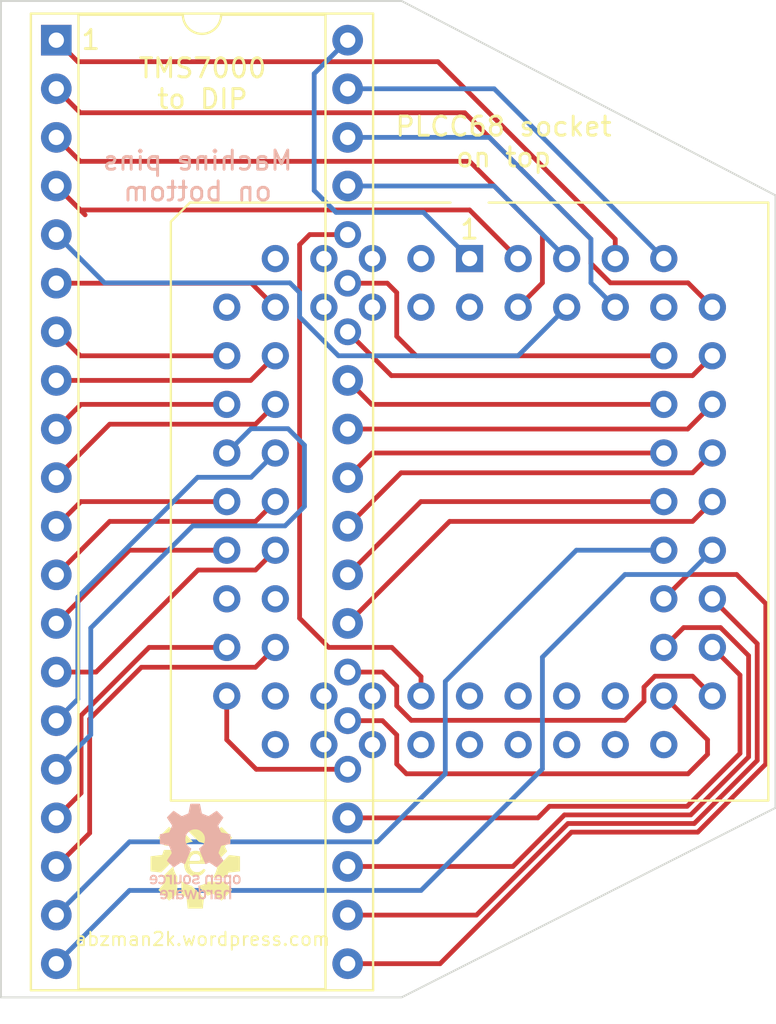
<source format=kicad_pcb>
(kicad_pcb (version 20211014) (generator pcbnew)
  (layers (0 "F.Cu" signal) (31 "B.Cu" signal) (34 "B.Paste" user) (35 "F.Paste" user) (36 "B.SilkS" user "B.Silkscreen") (37 "F.SilkS" user "F.Silkscreen") (38 "B.Mask" user) (39 "F.Mask" user) (44 "Edge.Cuts" user))
  (net 0 "")
  (net 1 "B5")
  (net 2 "B0")
  (net 3 "B2")
  (net 4 "B6")
  (net 5 "B3")
  (net 6 "B7")
  (net 7 "B1")
  (net 8 "Vss")
  (net 9 "B4")
  (net 10 "A1")
  (net 11 "A3")
  (net 12 "A7")
  (net 13 "{slash}INT1")
  (net 14 "A6")
  (net 15 "A0")
  (net 16 "A2")
  (net 17 "A4")
  (net 18 "{slash}INT3")
  (net 19 "{slash}RESET")
  (net 20 "XTAL2")
  (net 21 "D7")
  (net 22 "D4")
  (net 23 "D2")
  (net 24 "D1")
  (net 25 "A5")
  (net 26 "XTAL1")
  (net 27 "D6")
  (net 28 "D5")
  (net 29 "D3")
  (net 30 "Vcc")
  (net 31 "D0")
  (net 32 "C1")
  (net 33 "C3")
  (net 34 "C5")
  (net 35 "C7")
  (net 36 "MC")
  (net 37 "C0")
  (net 38 "C2")
  (net 39 "C4")
  (net 40 "C6")
  (net 41 "F0")
  (net 42 "F2")
  (net 43 "F4")
  (net 44 "F6")
  (net 46 "F1")
  (net 47 "F3")
  (net 48 "F5")
  (net 50 "Vss1")
  (net 51 "F7")
  (net 52 "{slash}HALT")
  (net 54 "G2")
  (net 55 "G4")
  (net 56 "E1")
  (net 57 "E3")
  (net 58 "E5")
  (net 59 "E7")
  (net 60 "G0")
  (net 61 "G1")
  (net 62 "G3")
  (net 63 "G5")
  (net 64 "E0")
  (net 65 "E2")
  (net 66 "E4")
  (net 67 "E6")
  (footprint "Package_DIP:DIP-40_W15.24mm_Socket" (layer "F.Cu") (at 120.116 48.5315)
    (fp_text reference "U1" hide)
    (fp_text value "DIP40 male pins")
    (pad "1" thru_hole rect locked (at 0 0) (size 1.6 1.6) (drill 0.8) (layers *.Cu *.Mask) (net 1 "B5"))
    (pad "2" thru_hole oval locked (at 0 2.54) (size 1.6 1.6) (drill 0.8) (layers *.Cu *.Mask) (net 6 "B7"))
    (pad "3" thru_hole oval locked (at 0 5.08) (size 1.6 1.6) (drill 0.8) (layers *.Cu *.Mask) (net 2 "B0"))
    (pad "4" thru_hole oval locked (at 0 7.62) (size 1.6 1.6) (drill 0.8) (layers *.Cu *.Mask) (net 7 "B1"))
    (pad "5" thru_hole oval locked (at 0 10.16) (size 1.6 1.6) (drill 0.8) (layers *.Cu *.Mask) (net 3 "B2"))
    (pad "6" thru_hole oval locked (at 0 12.7) (size 1.6 1.6) (drill 0.8) (layers *.Cu *.Mask) (net 15 "A0"))
    (pad "7" thru_hole oval locked (at 0 15.24) (size 1.6 1.6) (drill 0.8) (layers *.Cu *.Mask) (net 10 "A1"))
    (pad "8" thru_hole oval locked (at 0 17.78) (size 1.6 1.6) (drill 0.8) (layers *.Cu *.Mask) (net 16 "A2"))
    (pad "9" thru_hole oval locked (at 0 20.32) (size 1.6 1.6) (drill 0.8) (layers *.Cu *.Mask) (net 11 "A3"))
    (pad "10" thru_hole oval locked (at 0 22.86) (size 1.6 1.6) (drill 0.8) (layers *.Cu *.Mask) (net 17 "A4"))
    (pad "11" thru_hole oval locked (at 0 25.4) (size 1.6 1.6) (drill 0.8) (layers *.Cu *.Mask) (net 12 "A7"))
    (pad "12" thru_hole oval locked (at 0 27.94) (size 1.6 1.6) (drill 0.8) (layers *.Cu *.Mask) (net 18 "{slash}INT3"))
    (pad "13" thru_hole oval locked (at 0 30.48) (size 1.6 1.6) (drill 0.8) (layers *.Cu *.Mask) (net 13 "{slash}INT1"))
    (pad "14" thru_hole oval locked (at 0 33.02) (size 1.6 1.6) (drill 0.8) (layers *.Cu *.Mask) (net 19 "{slash}RESET"))
    (pad "15" thru_hole oval locked (at 0 35.56) (size 1.6 1.6) (drill 0.8) (layers *.Cu *.Mask) (net 14 "A6"))
    (pad "16" thru_hole oval locked (at 0 38.1) (size 1.6 1.6) (drill 0.8) (layers *.Cu *.Mask) (net 25 "A5"))
    (pad "17" thru_hole oval locked (at 0 40.64) (size 1.6 1.6) (drill 0.8) (layers *.Cu *.Mask) (net 20 "XTAL2"))
    (pad "18" thru_hole oval locked (at 0 43.18) (size 1.6 1.6) (drill 0.8) (layers *.Cu *.Mask) (net 26 "XTAL1"))
    (pad "19" thru_hole oval locked (at 0 45.72) (size 1.6 1.6) (drill 0.8) (layers *.Cu *.Mask) (net 21 "D7"))
    (pad "20" thru_hole oval locked (at 0 48.26) (size 1.6 1.6) (drill 0.8) (layers *.Cu *.Mask) (net 27 "D6"))
    (pad "21" thru_hole oval locked (at 15.24 48.26) (size 1.6 1.6) (drill 0.8) (layers *.Cu *.Mask) (net 28 "D5"))
    (pad "22" thru_hole oval locked (at 15.24 45.72) (size 1.6 1.6) (drill 0.8) (layers *.Cu *.Mask) (net 22 "D4"))
    (pad "23" thru_hole oval locked (at 15.24 43.18) (size 1.6 1.6) (drill 0.8) (layers *.Cu *.Mask) (net 29 "D3"))
    (pad "24" thru_hole oval locked (at 15.24 40.64) (size 1.6 1.6) (drill 0.8) (layers *.Cu *.Mask) (net 23 "D2"))
    (pad "25" thru_hole oval locked (at 15.24 38.1) (size 1.4 1.4) (drill 0.8) (layers *.Cu *.Mask) (net 30 "Vcc"))
    (pad "26" thru_hole oval locked (at 15.24 35.56) (size 1.4 1.4) (drill 0.8) (layers *.Cu *.Mask) (net 24 "D1"))
    (pad "27" thru_hole oval locked (at 15.24 33.02) (size 1.4 1.4) (drill 0.8) (layers *.Cu *.Mask) (net 31 "D0"))
    (pad "28" thru_hole oval locked (at 15.24 30.48) (size 1.6 1.6) (drill 0.8) (layers *.Cu *.Mask) (net 37 "C0"))
    (pad "29" thru_hole oval locked (at 15.24 27.94) (size 1.6 1.6) (drill 0.8) (layers *.Cu *.Mask) (net 32 "C1"))
    (pad "30" thru_hole oval locked (at 15.24 25.4) (size 1.6 1.6) (drill 0.8) (layers *.Cu *.Mask) (net 38 "C2"))
    (pad "31" thru_hole oval locked (at 15.24 22.86) (size 1.6 1.6) (drill 0.8) (layers *.Cu *.Mask) (net 33 "C3"))
    (pad "32" thru_hole oval locked (at 15.24 20.32) (size 1.6 1.6) (drill 0.8) (layers *.Cu *.Mask) (net 39 "C4"))
    (pad "33" thru_hole oval locked (at 15.24 17.78) (size 1.6 1.6) (drill 0.8) (layers *.Cu *.Mask) (net 34 "C5"))
    (pad "34" thru_hole oval locked (at 15.24 15.24) (size 1.4 1.4) (drill 0.8) (layers *.Cu *.Mask) (net 40 "C6"))
    (pad "35" thru_hole oval locked (at 15.24 12.7) (size 1.4 1.4) (drill 0.8) (layers *.Cu *.Mask) (net 35 "C7"))
    (pad "36" thru_hole oval locked (at 15.24 10.16) (size 1.4 1.4) (drill 0.8) (layers *.Cu *.Mask) (net 36 "MC"))
    (pad "37" thru_hole oval locked (at 15.24 7.62) (size 1.6 1.6) (drill 0.8) (layers *.Cu *.Mask) (net 5 "B3"))
    (pad "38" thru_hole oval locked (at 15.24 5.08) (size 1.6 1.6) (drill 0.8) (layers *.Cu *.Mask) (net 9 "B4"))
    (pad "39" thru_hole oval locked (at 15.24 2.54) (size 1.6 1.6) (drill 0.8) (layers *.Cu *.Mask) (net 4 "B6"))
    (pad "40" thru_hole oval locked (at 15.24 0) (size 1.6 1.6) (drill 0.8) (layers *.Cu *.Mask) (net 8 "Vss"))
  )
  (footprint "Evan's misc parts:Evan Logo" (layer "F.Cu") (at 127.381 91.567)
    (fp_text reference "G***" hide)
    (fp_text value "LOGO" hide)
  )
  (footprint "Package_LCC:PLCC-68_THT-Socket" (layer "F.Cu") (at 141.732 59.944)
    (fp_text reference "J1" hide)
    (fp_text value "plcc 68")
    (pad "1" thru_hole rect locked (at 0 0) (size 1.4224 1.4224) (drill 0.8) (layers *.Cu *.Mask) (net 8 "Vss"))
    (pad "2" thru_hole circle locked (at 0 2.54) (size 1.4224 1.4224) (drill 0.8) (layers *.Cu *.Mask) (net 41 "F0"))
    (pad "3" thru_hole circle locked (at -2.54 0) (size 1.4224 1.4224) (drill 0.8) (layers *.Cu *.Mask) (net 46 "F1"))
    (pad "4" thru_hole circle locked (at -2.54 2.54) (size 1.4224 1.4224) (drill 0.8) (layers *.Cu *.Mask) (net 42 "F2"))
    (pad "5" thru_hole circle locked (at -5.08 0) (size 1.4224 1.4224) (drill 0.8) (layers *.Cu *.Mask) (net 47 "F3"))
    (pad "6" thru_hole circle locked (at -5.08 2.54) (size 1.4224 1.4224) (drill 0.8) (layers *.Cu *.Mask) (net 43 "F4"))
    (pad "7" thru_hole circle locked (at -7.62 0) (size 1.4224 1.4224) (drill 0.8) (layers *.Cu *.Mask) (net 48 "F5"))
    (pad "8" thru_hole circle locked (at -7.62 2.54) (size 1.4224 1.4224) (drill 0.8) (layers *.Cu *.Mask) (net 44 "F6"))
    (pad "9" thru_hole circle locked (at -10.16 0) (size 1.4224 1.4224) (drill 0.8) (layers *.Cu *.Mask))
    (pad "10" thru_hole circle locked (at -12.7 2.54) (size 1.4224 1.4224) (drill 0.8) (layers *.Cu *.Mask) (net 51 "F7"))
    (pad "11" thru_hole circle locked (at -10.16 2.54) (size 1.4224 1.4224) (drill 0.8) (layers *.Cu *.Mask) (net 15 "A0"))
    (pad "12" thru_hole circle locked (at -12.7 5.08) (size 1.4224 1.4224) (drill 0.8) (layers *.Cu *.Mask) (net 10 "A1"))
    (pad "13" thru_hole circle locked (at -10.16 5.08) (size 1.4224 1.4224) (drill 0.8) (layers *.Cu *.Mask) (net 16 "A2"))
    (pad "14" thru_hole circle locked (at -12.7 7.62) (size 1.4224 1.4224) (drill 0.8) (layers *.Cu *.Mask) (net 11 "A3"))
    (pad "15" thru_hole circle locked (at -10.16 7.62) (size 1.4224 1.4224) (drill 0.8) (layers *.Cu *.Mask) (net 17 "A4"))
    (pad "16" thru_hole circle locked (at -12.7 10.16) (size 1.4224 1.4224) (drill 0.8) (layers *.Cu *.Mask) (net 25 "A5"))
    (pad "17" thru_hole circle locked (at -10.16 10.16) (size 1.4224 1.4224) (drill 0.8) (layers *.Cu *.Mask) (net 14 "A6"))
    (pad "18" thru_hole circle locked (at -12.7 12.7) (size 1.4224 1.4224) (drill 0.8) (layers *.Cu *.Mask) (net 12 "A7"))
    (pad "19" thru_hole circle locked (at -10.16 12.7) (size 1.4224 1.4224) (drill 0.8) (layers *.Cu *.Mask) (net 18 "{slash}INT3"))
    (pad "20" thru_hole circle locked (at -12.7 15.24) (size 1.4224 1.4224) (drill 0.8) (layers *.Cu *.Mask) (net 13 "{slash}INT1"))
    (pad "21" thru_hole circle locked (at -10.16 15.24) (size 1.4224 1.4224) (drill 0.8) (layers *.Cu *.Mask) (net 19 "{slash}RESET"))
    (pad "22" thru_hole circle locked (at -12.7 17.78) (size 1.4224 1.4224) (drill 0.8) (layers *.Cu *.Mask) (net 52 "{slash}HALT"))
    (pad "23" thru_hole circle locked (at -10.16 17.78) (size 1.4224 1.4224) (drill 0.8) (layers *.Cu *.Mask) (net 50 "Vss1"))
    (pad "24" thru_hole circle locked (at -12.7 20.32) (size 1.4224 1.4224) (drill 0.8) (layers *.Cu *.Mask) (net 20 "XTAL2"))
    (pad "25" thru_hole circle locked (at -10.16 20.32) (size 1.4224 1.4224) (drill 0.8) (layers *.Cu *.Mask) (net 26 "XTAL1"))
    (pad "26" thru_hole circle locked (at -12.7 22.86) (size 1.4224 1.4224) (drill 0.8) (layers *.Cu *.Mask) (net 30 "Vcc"))
    (pad "27" thru_hole circle locked (at -10.16 25.4) (size 1.4224 1.4224) (drill 0.8) (layers *.Cu *.Mask) (net 60 "G0"))
    (pad "28" thru_hole circle locked (at -10.16 22.86) (size 1.4224 1.4224) (drill 0.8) (layers *.Cu *.Mask))
    (pad "29" thru_hole circle locked (at -7.62 25.4) (size 1.4224 1.4224) (drill 0.8) (layers *.Cu *.Mask) (net 61 "G1"))
    (pad "30" thru_hole circle locked (at -7.62 22.86) (size 1.4224 1.4224) (drill 0.8) (layers *.Cu *.Mask) (net 54 "G2"))
    (pad "31" thru_hole circle locked (at -5.08 25.4) (size 1.4224 1.4224) (drill 0.8) (layers *.Cu *.Mask) (net 62 "G3"))
    (pad "32" thru_hole circle locked (at -5.08 22.86) (size 1.4224 1.4224) (drill 0.8) (layers *.Cu *.Mask) (net 55 "G4"))
    (pad "33" thru_hole circle locked (at -2.54 25.4) (size 1.4224 1.4224) (drill 0.8) (layers *.Cu *.Mask) (net 63 "G5"))
    (pad "34" thru_hole circle locked (at -2.54 22.86) (size 1.4224 1.4224) (drill 0.8) (layers *.Cu *.Mask) (net 36 "MC"))
    (pad "35" thru_hole circle locked (at 0 25.4) (size 1.4224 1.4224) (drill 0.8) (layers *.Cu *.Mask) (net 64 "E0"))
    (pad "36" thru_hole circle locked (at 0 22.86) (size 1.4224 1.4224) (drill 0.8) (layers *.Cu *.Mask) (net 56 "E1"))
    (pad "37" thru_hole circle locked (at 2.54 25.4) (size 1.4224 1.4224) (drill 0.8) (layers *.Cu *.Mask) (net 65 "E2"))
    (pad "38" thru_hole circle locked (at 2.54 22.86) (size 1.4224 1.4224) (drill 0.8) (layers *.Cu *.Mask) (net 57 "E3"))
    (pad "39" thru_hole circle locked (at 5.08 25.4) (size 1.4224 1.4224) (drill 0.8) (layers *.Cu *.Mask) (net 66 "E4"))
    (pad "40" thru_hole circle locked (at 5.08 22.86) (size 1.4224 1.4224) (drill 0.8) (layers *.Cu *.Mask) (net 58 "E5"))
    (pad "41" thru_hole circle locked (at 7.62 25.4) (size 1.4224 1.4224) (drill 0.8) (layers *.Cu *.Mask) (net 67 "E6"))
    (pad "42" thru_hole circle locked (at 7.62 22.86) (size 1.4224 1.4224) (drill 0.8) (layers *.Cu *.Mask) (net 59 "E7"))
    (pad "43" thru_hole circle locked (at 10.16 25.4) (size 1.4224 1.4224) (drill 0.8) (layers *.Cu *.Mask))
    (pad "44" thru_hole circle locked (at 12.7 22.86) (size 1.4224 1.4224) (drill 0.8) (layers *.Cu *.Mask) (net 31 "D0"))
    (pad "45" thru_hole circle locked (at 10.16 22.86) (size 1.4224 1.4224) (drill 0.8) (layers *.Cu *.Mask) (net 24 "D1"))
    (pad "46" thru_hole circle locked (at 12.7 20.32) (size 1.4224 1.4224) (drill 0.8) (layers *.Cu *.Mask) (net 23 "D2"))
    (pad "47" thru_hole circle locked (at 10.16 20.32) (size 1.4224 1.4224) (drill 0.8) (layers *.Cu *.Mask) (net 29 "D3"))
    (pad "48" thru_hole circle locked (at 12.7 17.78) (size 1.4224 1.4224) (drill 0.8) (layers *.Cu *.Mask) (net 22 "D4"))
    (pad "49" thru_hole circle locked (at 10.16 17.78) (size 1.4224 1.4224) (drill 0.8) (layers *.Cu *.Mask) (net 28 "D5"))
    (pad "50" thru_hole circle locked (at 12.7 15.24) (size 1.4224 1.4224) (drill 0.8) (layers *.Cu *.Mask) (net 27 "D6"))
    (pad "51" thru_hole circle locked (at 10.16 15.24) (size 1.4224 1.4224) (drill 0.8) (layers *.Cu *.Mask) (net 21 "D7"))
    (pad "52" thru_hole circle locked (at 12.7 12.7) (size 1.4224 1.4224) (drill 0.8) (layers *.Cu *.Mask) (net 37 "C0"))
    (pad "53" thru_hole circle locked (at 10.16 12.7) (size 1.4224 1.4224) (drill 0.8) (layers *.Cu *.Mask) (net 32 "C1"))
    (pad "54" thru_hole circle locked (at 12.7 10.16) (size 1.4224 1.4224) (drill 0.8) (layers *.Cu *.Mask) (net 38 "C2"))
    (pad "55" thru_hole circle locked (at 10.16 10.16) (size 1.4224 1.4224) (drill 0.8) (layers *.Cu *.Mask) (net 33 "C3"))
    (pad "56" thru_hole circle locked (at 12.7 7.62) (size 1.4224 1.4224) (drill 0.8) (layers *.Cu *.Mask) (net 39 "C4"))
    (pad "57" thru_hole circle locked (at 10.16 7.62) (size 1.4224 1.4224) (drill 0.8) (layers *.Cu *.Mask) (net 34 "C5"))
    (pad "58" thru_hole circle locked (at 12.7 5.08) (size 1.4224 1.4224) (drill 0.8) (layers *.Cu *.Mask) (net 40 "C6"))
    (pad "59" thru_hole circle locked (at 10.16 5.08) (size 1.4224 1.4224) (drill 0.8) (layers *.Cu *.Mask) (net 35 "C7"))
    (pad "60" thru_hole circle locked (at 12.7 2.54) (size 1.4224 1.4224) (drill 0.8) (layers *.Cu *.Mask) (net 6 "B7"))
    (pad "61" thru_hole circle locked (at 10.16 0) (size 1.4224 1.4224) (drill 0.8) (layers *.Cu *.Mask) (net 4 "B6"))
    (pad "62" thru_hole circle locked (at 10.16 2.54) (size 1.4224 1.4224) (drill 0.8) (layers *.Cu *.Mask))
    (pad "63" thru_hole circle locked (at 7.62 0) (size 1.4224 1.4224) (drill 0.8) (layers *.Cu *.Mask) (net 1 "B5"))
    (pad "64" thru_hole circle locked (at 7.62 2.54) (size 1.4224 1.4224) (drill 0.8) (layers *.Cu *.Mask) (net 9 "B4"))
    (pad "65" thru_hole circle locked (at 5.08 0) (size 1.4224 1.4224) (drill 0.8) (layers *.Cu *.Mask) (net 5 "B3"))
    (pad "66" thru_hole circle locked (at 5.08 2.54) (size 1.4224 1.4224) (drill 0.8) (layers *.Cu *.Mask) (net 3 "B2"))
    (pad "67" thru_hole circle locked (at 2.54 0) (size 1.4224 1.4224) (drill 0.8) (layers *.Cu *.Mask) (net 7 "B1"))
    (pad "68" thru_hole circle locked (at 2.54 2.54) (size 1.4224 1.4224) (drill 0.8) (layers *.Cu *.Mask) (net 2 "B0"))
  )
  (footprint "Evan's misc parts:OSHW gear" (layer "B.Cu") (at 127.381 90.932 180)
    (fp_text reference "G***" hide)
    (fp_text value "LOGO" hide)
  )
  (gr_line (start 117.221 98.552) (end 138.176 98.552) (layer "Edge.Cuts") (width 0.1))
  (gr_line (start 157.734 88.646) (end 138.176 98.552) (layer "Edge.Cuts") (width 0.1))
  (gr_line (start 117.221 46.482) (end 117.221 81.407) (layer "Edge.Cuts") (width 0.1))
  (gr_line (start 138.176 46.482) (end 117.221 46.482) (layer "Edge.Cuts") (width 0.1))
  (gr_line (start 157.734 56.642) (end 157.734 88.646) (layer "Edge.Cuts") (width 0.1))
  (gr_line (start 138.176 46.482) (end 157.734 56.642) (layer "Edge.Cuts") (width 0.1))
  (gr_line (start 117.221 81.407) (end 117.221 98.552) (layer "Edge.Cuts") (width 0.1))
  (gr_text "Machine pins\non bottom" (at 127.508 55.626) (layer "B.SilkS") (effects (font (size 1 1)) (justify mirror)))
  (gr_text "TMS7000\nto DIP" (at 127.762 50.8) (layer "F.SilkS") (effects (font (size 1 1))))
  (gr_text "1" (at 141.732 58.42) (layer "F.SilkS") (effects (font (size 1 1))))
  (gr_text "1" (at 121.92 48.514) (layer "F.SilkS") (effects (font (size 1 1))))
  (gr_text "abzman2k.wordpress.com" (at 127.762 95.504) (layer "F.SilkS") (effects (font (size 0.7 0.7) (thickness 0.1))))
  (gr_text "PLCC68 socket\non top" (at 143.51 53.848) (layer "F.SilkS") (effects (font (size 1 1))))
  (segment (start 121.240511 49.656011) (end 120.116 48.5315) (width 0.25) (layer "F.Cu") (net 1))
  (segment (start 140.080011 49.656011) (end 121.240511 49.656011) (width 0.25) (layer "F.Cu") (net 1))
  (segment (start 149.352 59.944) (end 149.352 58.928) (width 0.25) (layer "F.Cu") (net 1))
  (segment (start 149.352 58.928) (end 140.080011 49.656011) (width 0.25) (layer "F.Cu") (net 1))
  (segment (start 141.732 54.864) (end 121.3685 54.864) (width 0.25) (layer "F.Cu") (net 2))
  (segment (start 145.542 61.214) (end 145.542 58.674) (width 0.25) (layer "F.Cu") (net 2))
  (segment (start 121.3685 54.864) (end 120.116 53.6115) (width 0.25) (layer "F.Cu") (net 2))
  (segment (start 145.542 58.674) (end 141.732 54.864) (width 0.25) (layer "F.Cu") (net 2))
  (segment (start 144.272 62.484) (end 145.542 61.214) (width 0.25) (layer "F.Cu") (net 2))
  (segment (start 132.842 61.722) (end 132.842 62.992) (width 0.25) (layer "B.Cu") (net 3))
  (segment (start 134.874 65.024) (end 144.272 65.024) (width 0.25) (layer "B.Cu") (net 3))
  (segment (start 122.6385 61.214) (end 132.334 61.214) (width 0.25) (layer "B.Cu") (net 3))
  (segment (start 132.842 62.992) (end 134.874 65.024) (width 0.25) (layer "B.Cu") (net 3))
  (segment (start 132.334 61.214) (end 132.842 61.722) (width 0.25) (layer "B.Cu") (net 3))
  (segment (start 144.272 65.024) (end 146.812 62.484) (width 0.25) (layer "B.Cu") (net 3))
  (segment (start 120.116 58.6915) (end 122.6385 61.214) (width 0.25) (layer "B.Cu") (net 3))
  (segment (start 143.0195 51.0715) (end 151.892 59.944) (width 0.25) (layer "B.Cu") (net 4))
  (segment (start 135.356 51.0715) (end 143.0195 51.0715) (width 0.25) (layer "B.Cu") (net 4))
  (segment (start 143.0195 56.1515) (end 146.812 59.944) (width 0.25) (layer "B.Cu") (net 5))
  (segment (start 135.356 56.1515) (end 143.0195 56.1515) (width 0.25) (layer "B.Cu") (net 5))
  (segment (start 148.082 60.198) (end 148.082 58.928) (width 0.25) (layer "F.Cu") (net 6))
  (segment (start 153.162 61.214) (end 149.098 61.214) (width 0.25) (layer "F.Cu") (net 6))
  (segment (start 148.082 58.928) (end 141.478 52.324) (width 0.25) (layer "F.Cu") (net 6))
  (segment (start 154.432 62.484) (end 153.162 61.214) (width 0.25) (layer "F.Cu") (net 6))
  (segment (start 141.478 52.324) (end 121.3685 52.324) (width 0.25) (layer "F.Cu") (net 6))
  (segment (start 121.3685 52.324) (end 120.116 51.0715) (width 0.25) (layer "F.Cu") (net 6))
  (segment (start 149.098 61.214) (end 148.082 60.198) (width 0.25) (layer "F.Cu") (net 6))
  (segment (start 121.3685 57.404) (end 141.732 57.404) (width 0.25) (layer "F.Cu") (net 7))
  (segment (start 120.116 56.1515) (end 121.3685 57.404) (width 0.25) (layer "F.Cu") (net 7))
  (segment (start 141.732 57.404) (end 144.272 59.944) (width 0.25) (layer "F.Cu") (net 7))
  (segment (start 120.116 56.1515) (end 121.6225 57.658) (width 0.25) (layer "F.Cu") (net 7))
  (segment (start 133.604 56.388) (end 133.604 50.2835) (width 0.25) (layer "B.Cu") (net 8))
  (segment (start 141.732 59.944) (end 139.319 57.531) (width 0.25) (layer "B.Cu") (net 8))
  (segment (start 139.319 57.531) (end 134.747 57.531) (width 0.25) (layer "B.Cu") (net 8))
  (segment (start 134.747 57.531) (end 133.604 56.388) (width 0.25) (layer "B.Cu") (net 8))
  (segment (start 133.604 50.2835) (end 135.356 48.5315) (width 0.25) (layer "B.Cu") (net 8))
  (segment (start 142.7655 53.6115) (end 135.356 53.6115) (width 0.25) (layer "B.Cu") (net 9))
  (segment (start 149.352 62.484) (end 148.082 61.214) (width 0.25) (layer "B.Cu") (net 9))
  (segment (start 148.082 58.928) (end 142.7655 53.6115) (width 0.25) (layer "B.Cu") (net 9))
  (segment (start 148.082 61.214) (end 148.082 58.928) (width 0.25) (layer "B.Cu") (net 9))
  (segment (start 129.032 65.024) (end 121.3685 65.024) (width 0.25) (layer "F.Cu") (net 10))
  (segment (start 121.3685 65.024) (end 120.116 63.7715) (width 0.25) (layer "F.Cu") (net 10))
  (segment (start 129.032 67.564) (end 121.4035 67.564) (width 0.25) (layer "F.Cu") (net 11))
  (segment (start 121.4035 67.564) (end 120.116 68.8515) (width 0.25) (layer "F.Cu") (net 11))
  (segment (start 121.4035 72.644) (end 120.116 73.9315) (width 0.25) (layer "F.Cu") (net 12))
  (segment (start 129.032 72.644) (end 121.4035 72.644) (width 0.25) (layer "F.Cu") (net 12))
  (segment (start 129.032 75.184) (end 123.9435 75.184) (width 0.25) (layer "F.Cu") (net 13))
  (segment (start 123.9435 75.184) (end 120.116 79.0115) (width 0.25) (layer "F.Cu") (net 13))
  (segment (start 127.508 71.374) (end 121.240511 77.641489) (width 0.25) (layer "B.Cu") (net 14))
  (segment (start 121.240511 82.966989) (end 120.116 84.0915) (width 0.25) (layer "B.Cu") (net 14))
  (segment (start 130.302 71.374) (end 127.508 71.374) (width 0.25) (layer "B.Cu") (net 14))
  (segment (start 121.240511 77.641489) (end 121.240511 82.966989) (width 0.25) (layer "B.Cu") (net 14))
  (segment (start 131.572 70.104) (end 130.302 71.374) (width 0.25) (layer "B.Cu") (net 14))
  (segment (start 131.572 62.484) (end 130.3195 61.2315) (width 0.25) (layer "F.Cu") (net 15))
  (segment (start 130.3195 61.2315) (end 120.116 61.2315) (width 0.25) (layer "F.Cu") (net 15))
  (segment (start 131.572 65.024) (end 130.2845 66.3115) (width 0.25) (layer "F.Cu") (net 16))
  (segment (start 130.2845 66.3115) (end 120.116 66.3115) (width 0.25) (layer "F.Cu") (net 16))
  (segment (start 131.572 67.564) (end 130.536289 68.599711) (width 0.25) (layer "F.Cu") (net 17))
  (segment (start 130.536289 68.599711) (end 122.907789 68.599711) (width 0.25) (layer "F.Cu") (net 17))
  (segment (start 122.907789 68.599711) (end 120.116 71.3915) (width 0.25) (layer "F.Cu") (net 17))
  (segment (start 131.572 72.644) (end 130.536289 73.679711) (width 0.25) (layer "F.Cu") (net 18))
  (segment (start 122.907789 73.679711) (end 120.116 76.4715) (width 0.25) (layer "F.Cu") (net 18))
  (segment (start 130.536289 73.679711) (end 122.907789 73.679711) (width 0.25) (layer "F.Cu") (net 18))
  (segment (start 131.572 75.184) (end 130.536289 76.219711) (width 0.25) (layer "F.Cu") (net 19))
  (segment (start 122.195922 81.5515) (end 120.116 81.5515) (width 0.25) (layer "F.Cu") (net 19))
  (segment (start 130.536289 76.219711) (end 127.527711 76.219711) (width 0.25) (layer "F.Cu") (net 19))
  (segment (start 127.527711 76.219711) (end 122.195922 81.5515) (width 0.25) (layer "F.Cu") (net 19))
  (segment (start 124.968 80.264) (end 121.412 83.82) (width 0.25) (layer "F.Cu") (net 20))
  (segment (start 129.032 80.264) (end 124.968 80.264) (width 0.25) (layer "F.Cu") (net 20))
  (segment (start 121.412 87.8755) (end 120.116 89.1715) (width 0.25) (layer "F.Cu") (net 20))
  (segment (start 121.412 83.82) (end 121.412 87.8755) (width 0.25) (layer "F.Cu") (net 20))
  (segment (start 120.116 94.2515) (end 123.9435 90.424) (width 0.25) (layer "B.Cu") (net 21))
  (segment (start 123.9435 90.424) (end 136.906 90.424) (width 0.25) (layer "B.Cu") (net 21))
  (segment (start 136.906 90.424) (end 140.462 86.868) (width 0.25) (layer "B.Cu") (net 21))
  (segment (start 140.462 86.868) (end 140.462 82.042) (width 0.25) (layer "B.Cu") (net 21))
  (segment (start 140.462 82.042) (end 147.32 75.184) (width 0.25) (layer "B.Cu") (net 21))
  (segment (start 147.32 75.184) (end 151.892 75.184) (width 0.25) (layer "B.Cu") (net 21))
  (segment (start 135.356 94.2515) (end 142.094782 94.2515) (width 0.25) (layer "F.Cu") (net 22))
  (segment (start 153.483802 89.46648) (end 156.77648 86.173802) (width 0.25) (layer "F.Cu") (net 22))
  (segment (start 142.094782 94.2515) (end 146.879803 89.46648) (width 0.25) (layer "F.Cu") (net 22))
  (segment (start 156.77648 80.06848) (end 154.432 77.724) (width 0.25) (layer "F.Cu") (net 22))
  (segment (start 156.77648 86.173802) (end 156.77648 80.06848) (width 0.25) (layer "F.Cu") (net 22))
  (segment (start 146.879803 89.46648) (end 153.483802 89.46648) (width 0.25) (layer "F.Cu") (net 22))
  (segment (start 153.111405 88.567441) (end 155.87744 85.801406) (width 0.25) (layer "F.Cu") (net 23))
  (segment (start 145.3055 89.1715) (end 145.909559 88.567441) (width 0.25) (layer "F.Cu") (net 23))
  (segment (start 145.909559 88.567441) (end 153.111405 88.567441) (width 0.25) (layer "F.Cu") (net 23))
  (segment (start 135.356 89.1715) (end 145.3055 89.1715) (width 0.25) (layer "F.Cu") (net 23))
  (segment (start 155.87744 85.801406) (end 155.87744 81.70944) (width 0.25) (layer "F.Cu") (net 23))
  (segment (start 155.87744 81.70944) (end 154.432 80.264) (width 0.25) (layer "F.Cu") (net 23))
  (segment (start 153.162 86.868) (end 138.43 86.868) (width 0.25) (layer "F.Cu") (net 24))
  (segment (start 137.922 84.836) (end 137.1775 84.0915) (width 0.25) (layer "F.Cu") (net 24))
  (segment (start 137.922 86.36) (end 137.922 84.836) (width 0.25) (layer "F.Cu") (net 24))
  (segment (start 151.892 82.804) (end 154.178 85.09) (width 0.25) (layer "F.Cu") (net 24))
  (segment (start 137.1775 84.0915) (end 135.356 84.0915) (width 0.25) (layer "F.Cu") (net 24))
  (segment (start 154.178 85.852) (end 153.162 86.868) (width 0.25) (layer "F.Cu") (net 24))
  (segment (start 138.43 86.868) (end 137.922 86.36) (width 0.25) (layer "F.Cu") (net 24))
  (segment (start 154.178 85.09) (end 154.178 85.852) (width 0.25) (layer "F.Cu") (net 24))
  (segment (start 120.116 86.6315) (end 121.92 84.8275) (width 0.25) (layer "B.Cu") (net 25))
  (segment (start 133.096 72.898) (end 133.096 69.694704) (width 0.25) (layer "B.Cu") (net 25))
  (segment (start 132.235296 68.834) (end 130.302 68.834) (width 0.25) (layer "B.Cu") (net 25))
  (segment (start 127.254 73.914) (end 132.08 73.914) (width 0.25) (layer "B.Cu") (net 25))
  (segment (start 132.08 73.914) (end 133.096 72.898) (width 0.25) (layer "B.Cu") (net 25))
  (segment (start 121.92 79.248) (end 127.254 73.914) (width 0.25) (layer "B.Cu") (net 25))
  (segment (start 130.302 68.834) (end 129.032 70.104) (width 0.25) (layer "B.Cu") (net 25))
  (segment (start 133.096 69.694704) (end 132.235296 68.834) (width 0.25) (layer "B.Cu") (net 25))
  (segment (start 121.92 84.8275) (end 121.92 79.248) (width 0.25) (layer "B.Cu") (net 25))
  (segment (start 121.86152 89.96598) (end 120.116 91.7115) (width 0.25) (layer "F.Cu") (net 26))
  (segment (start 130.536289 81.299711) (end 124.568007 81.299711) (width 0.25) (layer "F.Cu") (net 26))
  (segment (start 121.86152 84.006198) (end 121.86152 89.96598) (width 0.25) (layer "F.Cu") (net 26))
  (segment (start 131.572 80.264) (end 130.536289 81.299711) (width 0.25) (layer "F.Cu") (net 26))
  (segment (start 124.568007 81.299711) (end 121.86152 84.006198) (width 0.25) (layer "F.Cu") (net 26))
  (segment (start 145.542 86.614) (end 145.542 80.772) (width 0.25) (layer "B.Cu") (net 27))
  (segment (start 139.192 92.964) (end 145.542 86.614) (width 0.25) (layer "B.Cu") (net 27))
  (segment (start 120.116 96.7915) (end 123.9435 92.964) (width 0.25) (layer "B.Cu") (net 27))
  (segment (start 123.9435 92.964) (end 139.192 92.964) (width 0.25) (layer "B.Cu") (net 27))
  (segment (start 149.86 76.454) (end 153.162 76.454) (width 0.25) (layer "B.Cu") (net 27))
  (segment (start 153.162 76.454) (end 154.432 75.184) (width 0.25) (layer "B.Cu") (net 27))
  (segment (start 145.542 80.772) (end 149.86 76.454) (width 0.25) (layer "B.Cu") (net 27))
  (segment (start 157.226 77.978) (end 157.226 86.36) (width 0.25) (layer "F.Cu") (net 28))
  (segment (start 157.226 86.36) (end 153.67 89.916) (width 0.25) (layer "F.Cu") (net 28))
  (segment (start 151.892 77.724) (end 153.162 76.454) (width 0.25) (layer "F.Cu") (net 28))
  (segment (start 140.1905 96.7915) (end 135.356 96.7915) (width 0.25) (layer "F.Cu") (net 28))
  (segment (start 153.67 89.916) (end 147.066 89.916) (width 0.25) (layer "F.Cu") (net 28))
  (segment (start 153.162 76.454) (end 155.702 76.454) (width 0.25) (layer "F.Cu") (net 28))
  (segment (start 155.702 76.454) (end 157.226 77.978) (width 0.25) (layer "F.Cu") (net 28))
  (segment (start 147.066 89.916) (end 140.1905 96.7915) (width 0.25) (layer "F.Cu") (net 28))
  (segment (start 156.32696 85.987604) (end 156.32696 80.694242) (width 0.25) (layer "F.Cu") (net 29))
  (segment (start 156.32696 80.694242) (end 154.861007 79.228289) (width 0.25) (layer "F.Cu") (net 29))
  (segment (start 154.861007 79.228289) (end 152.927711 79.228289) (width 0.25) (layer "F.Cu") (net 29))
  (segment (start 153.297604 89.01696) (end 156.32696 85.987604) (width 0.25) (layer "F.Cu") (net 29))
  (segment (start 135.356 91.7115) (end 143.999064 91.7115) (width 0.25) (layer "F.Cu") (net 29))
  (segment (start 143.999064 91.7115) (end 146.693606 89.01696) (width 0.25) (layer "F.Cu") (net 29))
  (segment (start 146.693606 89.01696) (end 153.297604 89.01696) (width 0.25) (layer "F.Cu") (net 29))
  (segment (start 152.927711 79.228289) (end 151.892 80.264) (width 0.25) (layer "F.Cu") (net 29))
  (segment (start 129.032 85.09) (end 130.5735 86.6315) (width 0.25) (layer "F.Cu") (net 30))
  (segment (start 129.032 82.804) (end 129.032 85.09) (width 0.25) (layer "F.Cu") (net 30))
  (segment (start 130.5735 86.6315) (end 135.356 86.6315) (width 0.25) (layer "F.Cu") (net 30))
  (segment (start 149.86 84.074) (end 150.856289 83.077711) (width 0.25) (layer "F.Cu") (net 31))
  (segment (start 137.1775 81.5515) (end 137.922 82.296) (width 0.25) (layer "F.Cu") (net 31))
  (segment (start 137.922 82.296) (end 137.922 83.312) (width 0.25) (layer "F.Cu") (net 31))
  (segment (start 150.856289 83.077711) (end 150.856289 82.335422) (width 0.25) (layer "F.Cu") (net 31))
  (segment (start 151.423422 81.768289) (end 153.396289 81.768289) (width 0.25) (layer "F.Cu") (net 31))
  (segment (start 150.856289 82.335422) (end 151.423422 81.768289) (width 0.25) (layer "F.Cu") (net 31))
  (segment (start 135.356 81.5515) (end 137.1775 81.5515) (width 0.25) (layer "F.Cu") (net 31))
  (segment (start 153.396289 81.768289) (end 154.432 82.804) (width 0.25) (layer "F.Cu") (net 31))
  (segment (start 137.922 83.312) (end 138.684 84.074) (width 0.25) (layer "F.Cu") (net 31))
  (segment (start 138.684 84.074) (end 149.86 84.074) (width 0.25) (layer "F.Cu") (net 31))
  (segment (start 139.1835 72.644) (end 135.356 76.4715) (width 0.25) (layer "F.Cu") (net 32))
  (segment (start 151.892 72.644) (end 139.1835 72.644) (width 0.25) (layer "F.Cu") (net 32))
  (segment (start 151.892 70.104) (end 136.6435 70.104) (width 0.25) (layer "F.Cu") (net 33))
  (segment (start 136.6435 70.104) (end 135.356 71.3915) (width 0.25) (layer "F.Cu") (net 33))
  (segment (start 136.6085 67.564) (end 135.356 66.3115) (width 0.25) (layer "F.Cu") (net 34))
  (segment (start 151.892 67.564) (end 136.6085 67.564) (width 0.25) (layer "F.Cu") (net 34))
  (segment (start 137.922 61.722) (end 137.4315 61.2315) (width 0.25) (layer "F.Cu") (net 35))
  (segment (start 137.922 64.008) (end 137.922 61.722) (width 0.25) (layer "F.Cu") (net 35))
  (segment (start 138.938 65.024) (end 137.922 64.008) (width 0.25) (layer "F.Cu") (net 35))
  (segment (start 137.4315 61.2315) (end 135.356 61.2315) (width 0.25) (layer "F.Cu") (net 35))
  (segment (start 151.892 65.024) (end 138.938 65.024) (width 0.25) (layer "F.Cu") (net 35))
  (segment (start 133.3675 58.6915) (end 132.842 59.217) (width 0.25) (layer "F.Cu") (net 36))
  (segment (start 132.842 78.74) (end 134.366 80.264) (width 0.25) (layer "F.Cu") (net 36))
  (segment (start 134.366 80.264) (end 137.668 80.264) (width 0.25) (layer "F.Cu") (net 36))
  (segment (start 137.668 80.264) (end 139.192 81.788) (width 0.25) (layer "F.Cu") (net 36))
  (segment (start 135.356 58.6915) (end 133.3675 58.6915) (width 0.25) (layer "F.Cu") (net 36))
  (segment (start 132.842 59.217) (end 132.842 78.74) (width 0.25) (layer "F.Cu") (net 36))
  (segment (start 139.192 81.788) (end 139.192 82.804) (width 0.25) (layer "F.Cu") (net 36))
  (segment (start 140.687789 73.679711) (end 135.356 79.0115) (width 0.25) (layer "F.Cu") (net 37))
  (segment (start 153.396289 73.679711) (end 140.687789 73.679711) (width 0.25) (layer "F.Cu") (net 37))
  (segment (start 154.432 72.644) (end 153.396289 73.679711) (width 0.25) (layer "F.Cu") (net 37))
  (segment (start 154.432 70.104) (end 153.396289 71.139711) (width 0.25) (layer "F.Cu") (net 38))
  (segment (start 153.396289 71.139711) (end 138.147789 71.139711) (width 0.25) (layer "F.Cu") (net 38))
  (segment (start 138.147789 71.139711) (end 135.356 73.9315) (width 0.25) (layer "F.Cu") (net 38))
  (segment (start 153.1445 68.8515) (end 135.356 68.8515) (width 0.25) (layer "F.Cu") (net 39))
  (segment (start 154.432 67.564) (end 153.1445 68.8515) (width 0.25) (layer "F.Cu") (net 39))
  (segment (start 154.432 65.024) (end 153.396289 66.059711) (width 0.25) (layer "F.Cu") (net 40))
  (segment (start 153.396289 66.059711) (end 137.644211 66.059711) (width 0.25) (layer "F.Cu") (net 40))
  (segment (start 137.644211 66.059711) (end 135.356 63.7715) (width 0.25) (layer "F.Cu") (net 40))
)
</source>
